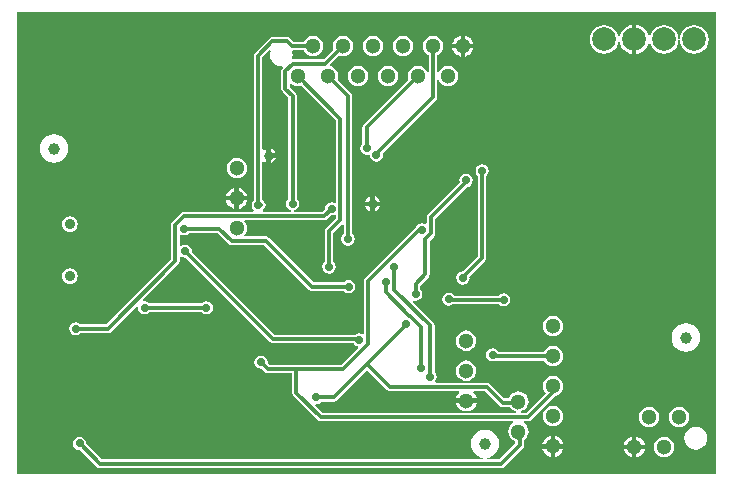
<source format=gbl>
%FSTAX23Y23*%
%MOMM*%
%SFA1B1*%

%IPPOS*%
%ADD36C,0.299999*%
%ADD39C,1.299997*%
%ADD40C,1.999996*%
%ADD41C,0.899998*%
%ADD42C,0.999998*%
%ADD43C,0.799998*%
%ADD44C,0.699999*%
%LNmain_board-1*%
%LPD*%
G36*
X59589Y00409D02*
X00409D01*
Y39589*
X59589*
Y00409*
G37*
%LNmain_board-2*%
%LPC*%
G36*
X56999Y13209D02*
X56689Y13169D01*
X56389Y13049*
X56139Y12859*
X55949Y12609*
X55829Y12309*
X55789Y11999*
X55829Y11689*
X55949Y11389*
X56139Y11139*
X56389Y10949*
X56689Y10829*
X56999Y10789*
X57309Y10829*
X57609Y10949*
X57859Y11139*
X58049Y11389*
X58169Y11689*
X58209Y11999*
X58169Y12309*
X58049Y12609*
X57859Y12859*
X57609Y13049*
X57309Y13169*
X56999Y13209*
G37*
G36*
X38399Y12599D02*
X38179Y12569D01*
X37969Y12479*
X37799Y12339*
X37659Y12169*
X37569Y11959*
X37539Y11729*
X37569Y11509*
X37659Y11299*
X37799Y11129*
X37969Y10989*
X38179Y10899*
X38399Y10869*
X38629Y10899*
X38839Y10989*
X39009Y11129*
X39149Y11299*
X39239Y11509*
X39269Y11729*
X39239Y11959*
X39149Y12169*
X39009Y12339*
X38839Y12479*
X38629Y12569*
X38399Y12599*
G37*
G36*
X45749Y11269D02*
X45519Y11249D01*
X45319Y11159*
X45139Y11019*
X44999Y10839*
X44969Y10769*
X41149*
X41039Y10939*
X40859Y11059*
X40639Y11109*
X40419Y11059*
X40239Y10939*
X40119Y10759*
X40079Y10539*
X40119Y10329*
X40239Y10139*
X40419Y10019*
X40639Y09979*
X40859Y10019*
X40909Y10049*
X44969*
X44999Y09979*
X45139Y09809*
X45319Y09669*
X45519Y09579*
X45749Y09549*
X45969Y09579*
X46179Y09669*
X46349Y09809*
X46489Y09979*
X46579Y10189*
X46609Y10409*
X46579Y10639*
X46489Y10839*
X46349Y11019*
X46179Y11159*
X45969Y11249*
X45749Y11269*
G37*
G36*
Y06189D02*
X45519Y06169D01*
X45319Y06079*
X45139Y05939*
X44999Y05759*
X44909Y05559*
X44879Y05329*
X44909Y05109*
X44999Y04899*
X45139Y04729*
X45319Y04589*
X45519Y04499*
X45749Y04469*
X45969Y04499*
X46179Y04589*
X46349Y04729*
X46489Y04899*
X46579Y05109*
X46609Y05329*
X46579Y05559*
X46489Y05759*
X46349Y05939*
X46179Y06079*
X45969Y06169*
X45749Y06189*
G37*
G36*
X38399Y10059D02*
X38179Y10029D01*
X37969Y09939*
X37799Y09799*
X37659Y09629*
X37569Y09419*
X37539Y09189*
X37569Y08969*
X37659Y08759*
X37799Y08589*
X37969Y08449*
X38179Y08359*
X38399Y08329*
X38629Y08359*
X38839Y08449*
X39009Y08589*
X39149Y08759*
X39239Y08969*
X39269Y09189*
X39239Y09419*
X39149Y09629*
X39009Y09799*
X38839Y09939*
X38629Y10029*
X38399Y10059*
G37*
G36*
X45749Y13809D02*
X45519Y13789D01*
X45319Y13699*
X45139Y13559*
X44999Y13379*
X44909Y13179*
X44879Y12949*
X44909Y12729*
X44999Y12519*
X45139Y12349*
X45319Y12209*
X45519Y12119*
X45749Y12089*
X45969Y12119*
X46179Y12209*
X46349Y12349*
X46489Y12519*
X46579Y12729*
X46609Y12949*
X46579Y13179*
X46489Y13379*
X46349Y13559*
X46179Y13699*
X45969Y13789*
X45749Y13809*
G37*
G36*
X04849Y22259D02*
X04679Y22239D01*
X04519Y22179*
X04389Y22069*
X04279Y21939*
X04219Y21779*
X04189Y21609*
X04219Y21439*
X04279Y21279*
X04389Y21139*
X04519Y21039*
X04679Y20969*
X04849Y20949*
X05019Y20969*
X05179Y21039*
X05319Y21139*
X05419Y21279*
X05489Y21439*
X05509Y21609*
X05489Y21779*
X05419Y21939*
X05319Y22069*
X05179Y22179*
X05019Y22239*
X04849Y22259*
G37*
G36*
X30289Y23129D02*
X29849D01*
X29909Y22989*
X30009Y22849*
X30149Y22749*
X30289Y22689*
Y23129*
G37*
G36*
X04849Y17859D02*
X04679Y17839D01*
X04519Y17779*
X04389Y17669*
X04279Y17539*
X04219Y17379*
X04189Y17209*
X04219Y17039*
X04279Y16879*
X04389Y16739*
X04519Y16639*
X04679Y16569*
X04849Y16549*
X05019Y16569*
X05179Y16639*
X05319Y16739*
X05419Y16879*
X05489Y17039*
X05509Y17209*
X05489Y17379*
X05419Y17539*
X05319Y17669*
X05179Y17779*
X05019Y17839*
X04849Y17859*
G37*
G36*
X36929Y15799D02*
X36719Y15759D01*
X36529Y15639*
X36409Y15459*
X36369Y15239*
X36409Y15019*
X36529Y14839*
X36719Y14719*
X36929Y14679*
X37149Y14719*
X37309Y14829*
X41159*
X41179Y14789*
X41359Y14669*
X41579Y14629*
X41799Y14669*
X41979Y14789*
X42099Y14969*
X42139Y15189*
X42099Y15409*
X41979Y15589*
X41799Y15709*
X41579Y15749*
X41359Y15709*
X41179Y15589*
X41159Y15549*
X37389*
X37329Y15639*
X37149Y15759*
X36929Y15799*
G37*
G36*
X39749Y26679D02*
X39539Y26629D01*
X39349Y26509*
X39229Y26329*
X39189Y26109*
X39229Y25899*
X39349Y25709*
X39389Y25689*
Y18889*
X38099Y17599*
X37909Y17559*
X37729Y17439*
X37599Y17259*
X37559Y17039*
X37599Y16829*
X37729Y16639*
X37909Y16519*
X38129Y16479*
X38339Y16519*
X38519Y16639*
X38649Y16829*
X38689Y17039*
X38669Y17149*
X40009Y18489*
X40079Y18609*
X40109Y18749*
Y25689*
X40149Y25709*
X40269Y25899*
X40319Y26109*
X40269Y26329*
X40149Y26509*
X39969Y26629*
X39749Y26679*
G37*
G36*
X56439Y06139D02*
X56219Y06109D01*
X56009Y06029*
X55829Y05889*
X55689Y05709*
X55609Y05509*
X55579Y05279*
X55609Y05059*
X55689Y04849*
X55829Y04669*
X56009Y04539*
X56219Y04449*
X56439Y04419*
X56659Y04449*
X56869Y04539*
X57049Y04669*
X57179Y04849*
X57269Y05059*
X57299Y05279*
X57269Y05509*
X57179Y05709*
X57049Y05889*
X56869Y06029*
X56659Y06109*
X56439Y06139*
G37*
G36*
X45549Y02599D02*
X44859D01*
Y02559*
X44959Y02339*
X45099Y02149*
X45289Y01999*
X45509Y01909*
X45549*
Y02599*
G37*
G36*
X46629D02*
X45939D01*
Y01909*
X45979*
X46199Y01999*
X46389Y02149*
X46539Y02339*
X46629Y02559*
Y02599*
G37*
G36*
X55169Y03599D02*
X54949Y03569D01*
X54739Y03489*
X54559Y03349*
X54419Y03169*
X54339Y02969*
X54309Y02739*
X54339Y02519*
X54419Y02309*
X54559Y02129*
X54739Y01999*
X54949Y01909*
X55169Y01879*
X55389Y01909*
X55599Y01999*
X55779Y02129*
X55909Y02309*
X55999Y02519*
X56029Y02739*
X55999Y02969*
X55909Y03169*
X55779Y03349*
X55599Y03489*
X55389Y03569*
X55169Y03599*
G37*
G36*
X52439Y02549D02*
X51739D01*
X51749Y02509*
X51839Y02289*
X51979Y02099*
X52169Y01949*
X52389Y01859*
X52439*
Y02549*
G37*
G36*
X53519D02*
X52819D01*
Y01859*
X52859*
X53079Y01949*
X53269Y02099*
X53419Y02289*
X53509Y02509*
X53519Y02549*
G37*
G36*
X57839Y04439D02*
X57589Y04409D01*
X57359Y04319*
X57159Y04159*
X57009Y03959*
X56909Y03729*
X56879Y03479*
X56909Y03229*
X57009Y02999*
X57159Y02799*
X57359Y02649*
X57589Y02549*
X57839Y02519*
X58089Y02549*
X58319Y02649*
X58519Y02799*
X58669Y02999*
X58769Y03229*
X58799Y03479*
X58769Y03729*
X58669Y03959*
X58519Y04159*
X58319Y04319*
X58089Y04409*
X57839Y04439*
G37*
G36*
X45939Y03679D02*
Y02979D01*
X46629*
Y03029*
X46539Y03249*
X46389Y03439*
X46199Y03579*
X45979Y03669*
X45939Y03679*
G37*
G36*
X53899Y06139D02*
X53679Y06109D01*
X53469Y06029*
X53289Y05889*
X53149Y05709*
X53069Y05509*
X53039Y05279*
X53069Y05059*
X53149Y04849*
X53289Y04669*
X53469Y04539*
X53679Y04449*
X53899Y04419*
X54119Y04449*
X54329Y04539*
X54509Y04669*
X54639Y04849*
X54729Y05059*
X54759Y05279*
X54729Y05509*
X54639Y05709*
X54509Y05889*
X54329Y06029*
X54119Y06109*
X53899Y06139*
G37*
G36*
X45549Y03679D02*
X45509Y03669D01*
X45289Y03579*
X45099Y03439*
X44959Y03249*
X44859Y03029*
Y02979*
X45549*
Y03679*
G37*
G36*
X52439Y03629D02*
X52389Y03619D01*
X52169Y03529*
X51979Y03389*
X51839Y03199*
X51749Y02979*
X51739Y02929*
X52439*
Y03629*
G37*
G36*
X52819D02*
Y02929D01*
X53519*
X53509Y02979*
X53419Y03199*
X53269Y03389*
X53079Y03529*
X52859Y03619*
X52819Y03629*
G37*
G36*
X31109Y23129D02*
X30669D01*
Y22689*
X30809Y22749*
X30949Y22849*
X31049Y22989*
X31109Y23129*
G37*
G36*
X35589Y37539D02*
X35359Y37509D01*
X35159Y37419*
X34979Y37289*
X34839Y37109*
X34749Y36899*
X34719Y36679*
X34749Y36449*
X34839Y36249*
X34979Y36069*
X35159Y35929*
X35229Y35899*
Y34499*
X35099Y34479*
X35059Y34569*
X34919Y34749*
X34749Y34879*
X34539Y34969*
X34319Y34999*
X34089Y34969*
X33889Y34879*
X33709Y34749*
X33569Y34569*
X33479Y34359*
X33449Y34139*
X33479Y33909*
X33509Y33839*
X29719Y30049*
X29639Y29929*
X29609Y29789*
Y28419*
X29599*
X29479Y28229*
X29429Y28019*
X29479Y27799*
X29599Y27619*
X29779Y27499*
X29999Y27449*
X30109Y27479*
X30219Y27469*
X30249Y27379*
X30279Y27249*
X30399Y27069*
X30579Y26949*
X30799Y26899*
X31019Y26949*
X31199Y27069*
X31319Y27249*
X31359Y27469*
X31339Y27599*
X35839Y32099*
X35919Y32219*
X35949Y32359*
Y33769*
X36069Y33799*
X36109Y33709*
X36249Y33529*
X36429Y33389*
X36629Y33309*
X36859Y33279*
X37079Y33309*
X37289Y33389*
X37459Y33529*
X37599Y33709*
X37689Y33909*
X37719Y34139*
X37689Y34359*
X37599Y34569*
X37459Y34749*
X37289Y34879*
X37079Y34969*
X36859Y34999*
X36629Y34969*
X36429Y34879*
X36249Y34749*
X36109Y34569*
X36069Y34479*
X35949Y34499*
Y35899*
X36019Y35929*
X36189Y36069*
X36329Y36249*
X36419Y36449*
X36449Y36679*
X36419Y36899*
X36329Y37109*
X36189Y37289*
X36019Y37419*
X35809Y37509*
X35589Y37539*
G37*
G36*
X37929Y36489D02*
X37239D01*
Y36439*
X37339Y36219*
X37479Y36029*
X37669Y35889*
X37889Y35799*
X37929Y35789*
Y36489*
G37*
G36*
X31779Y34999D02*
X31549Y34969D01*
X31349Y34879*
X31169Y34749*
X31029Y34569*
X30939Y34359*
X30909Y34139*
X30939Y33909*
X31029Y33709*
X31169Y33529*
X31349Y33389*
X31549Y33309*
X31779Y33279*
X31999Y33309*
X32209Y33389*
X32379Y33529*
X32519Y33709*
X32609Y33909*
X32639Y34139*
X32609Y34359*
X32519Y34569*
X32379Y34749*
X32209Y34879*
X31999Y34969*
X31779Y34999*
G37*
G36*
X38319Y37559D02*
Y36869D01*
X39009*
Y36909*
X38919Y37129*
X38769Y37319*
X38579Y37469*
X38359Y37559*
X38319*
G37*
G36*
X29239Y34999D02*
X29009Y34969D01*
X28809Y34879*
X28629Y34749*
X28489Y34569*
X28399Y34359*
X28369Y34139*
X28399Y33909*
X28489Y33709*
X28629Y33529*
X28809Y33389*
X29009Y33309*
X29239Y33279*
X29459Y33309*
X29669Y33389*
X29839Y33529*
X29979Y33709*
X30069Y33909*
X30099Y34139*
X30069Y34359*
X29979Y34569*
X29839Y34749*
X29669Y34879*
X29459Y34969*
X29239Y34999*
G37*
G36*
X39009Y36489D02*
X38319D01*
Y35789*
X38359Y35799*
X38579Y35889*
X38769Y36029*
X38919Y36219*
X39009Y36439*
Y36489*
G37*
G36*
X52819Y38479D02*
Y37239D01*
Y35999*
X52959Y36009*
X53259Y36139*
X53519Y36339*
X53719Y36599*
X53849Y36909*
X53859Y36979*
X53989*
X53999Y36919*
X54119Y36629*
X54309Y36379*
X54559Y36189*
X54849Y36059*
X55169Y36019*
X55479Y36059*
X55779Y36189*
X56029Y36379*
X56219Y36629*
X56339Y36919*
X56369Y37169*
Y37179*
X56499*
Y37169*
X56539Y36919*
X56659Y36629*
X56849Y36379*
X57099Y36189*
X57389Y36059*
X57709Y36019*
X58019Y36059*
X58319Y36189*
X58569Y36379*
X58759Y36629*
X58879Y36919*
X58919Y37239*
X58879Y37549*
X58759Y37839*
X58569Y38089*
X58319Y38289*
X58019Y38409*
X57709Y38449*
X57389Y38409*
X57099Y38289*
X56849Y38089*
X56659Y37839*
X56539Y37549*
X56499Y37299*
Y37289*
X56369*
Y37299*
X56339Y37549*
X56219Y37839*
X56029Y38089*
X55779Y38289*
X55479Y38409*
X55169Y38449*
X54849Y38409*
X54559Y38289*
X54309Y38089*
X54119Y37839*
X53999Y37549*
X53989Y37489*
X53859*
X53849Y37559*
X53719Y37869*
X53519Y38129*
X53259Y38329*
X52959Y38459*
X52819Y38479*
G37*
G36*
X37929Y37559D02*
X37889D01*
X37669Y37469*
X37479Y37319*
X37339Y37129*
X37239Y36909*
Y36869*
X37929*
Y37559*
G37*
G36*
X33049Y37539D02*
X32819Y37509D01*
X32619Y37419*
X32439Y37289*
X32299Y37109*
X32209Y36899*
X32179Y36679*
X32209Y36449*
X32299Y36249*
X32439Y36069*
X32619Y35929*
X32819Y35849*
X33049Y35819*
X33269Y35849*
X33479Y35929*
X33649Y36069*
X33789Y36249*
X33879Y36449*
X33909Y36679*
X33879Y36899*
X33789Y37109*
X33649Y37289*
X33479Y37419*
X33269Y37509*
X33049Y37539*
G37*
G36*
X27969D02*
X27739Y37509D01*
X27539Y37419*
X27359Y37289*
X27219Y37109*
X27129Y36899*
X27099Y36679*
X27129Y36449*
X27159Y36379*
X26329Y35549*
X23759*
X23669Y35659*
X23679Y35689*
X23719Y35939*
X23679Y36189*
X23769Y36319*
X24649*
X24679Y36249*
X24819Y36069*
X24999Y35929*
X25199Y35849*
X25429Y35819*
X25649Y35849*
X25859Y35929*
X26029Y36069*
X26169Y36249*
X26259Y36449*
X26289Y36679*
X26259Y36899*
X26169Y37109*
X26029Y37289*
X25859Y37419*
X25649Y37509*
X25429Y37539*
X25199Y37509*
X24999Y37419*
X24819Y37289*
X24679Y37109*
X24649Y37039*
X23799*
X23489Y37349*
X23369Y37419*
X23229Y37449*
X21999*
X21869Y37419*
X21749Y37349*
X20519Y36119*
X20439Y35999*
X20419Y35859*
Y23619*
X20399Y23609*
X20279Y23429*
X20239Y23219*
X20279Y22999*
X20399Y22819*
X20429Y22799*
X20389Y22669*
X14539*
X14399Y22649*
X14289Y22569*
X13519Y21799*
X13439Y21679*
X13409Y21549*
Y18599*
X07929Y13109*
X05769*
X05739Y13149*
X05559Y13269*
X05339Y13309*
X05129Y13269*
X04939Y13149*
X04819Y12969*
X04779Y12749*
X04819Y12529*
X04939Y12349*
X05129Y12229*
X05339Y12189*
X05559Y12229*
X05739Y12349*
X05769Y12389*
X08079*
X08219Y12419*
X08329Y12499*
X10509Y14679*
X10629Y14609*
X10609Y14529*
X10649Y14309*
X10779Y14129*
X10959Y14009*
X11179Y13959*
X11389Y14009*
X11569Y14129*
X11599Y14169*
X15979*
X16009Y14129*
X16189Y14009*
X16409Y13959*
X16619Y14009*
X16809Y14129*
X16929Y14309*
X16969Y14529*
X16929Y14739*
X16809Y14929*
X16619Y15049*
X16409Y15089*
X16189Y15049*
X16009Y14929*
X15979Y14889*
X11599*
X11569Y14929*
X11389Y15049*
X11179Y15089*
X11089Y15079*
X11029Y15189*
X14029Y18189*
X14109Y18309*
X14129Y18449*
Y18839*
X14259Y18879*
X14409Y18779*
X14629Y18739*
X14679Y18749*
X21819Y11609*
X21929Y11529*
X22069Y11499*
X28859*
X28939Y11389*
X29119Y11259*
X29199Y11249*
X29239Y11129*
X27819Y09709*
X21739*
X21589Y09859*
X21599Y09909*
X21549Y10119*
X21429Y10299*
X21249Y10429*
X21029Y10469*
X20819Y10429*
X20629Y10299*
X20509Y10119*
X20469Y09909*
X20509Y09689*
X20629Y09509*
X20819Y09379*
X21029Y09339*
X21079Y09349*
X21339Y09089*
X21449Y09009*
X21589Y08989*
X23669*
Y07319*
X23699Y07179*
X23769Y07059*
X25829Y04999*
X25949Y04929*
X26089Y04899*
X42339*
X42369Y04829*
X42379Y04769*
X42219Y04649*
X42079Y04469*
X41989Y04259*
X41959Y04039*
X41989Y03819*
X42079Y03609*
X42219Y03429*
X42389Y03289*
X42569Y03219*
Y03039*
X41199Y01679*
X40169*
X40159Y01809*
X40309Y01829*
X40609Y01949*
X40859Y02139*
X41049Y02389*
X41169Y02689*
X41209Y02999*
X41169Y03309*
X41049Y03609*
X40859Y03859*
X40609Y04049*
X40309Y04169*
X39999Y04209*
X39689Y04169*
X39389Y04049*
X39139Y03859*
X38949Y03609*
X38829Y03309*
X38789Y02999*
X38829Y02689*
X38949Y02389*
X39139Y02139*
X39389Y01949*
X39689Y01829*
X39839Y01809*
X39829Y01679*
X07539*
X06219Y02999*
X06229Y03049*
X06189Y03259*
X06069Y03439*
X05879Y03569*
X05669Y03609*
X05449Y03569*
X05269Y03439*
X05149Y03259*
X05099Y03049*
X05149Y02829*
X05269Y02649*
X05449Y02519*
X05669Y02479*
X05709Y02489*
X07139Y01069*
X07249Y00989*
X07389Y00959*
X41349*
X41489Y00989*
X41609Y01069*
X43179Y02639*
X43259Y02759*
X43289Y02899*
Y03319*
X43429Y03429*
X43569Y03609*
X43659Y03819*
X43679Y04039*
X43659Y04259*
X43569Y04469*
X43429Y04649*
X43269Y04769*
X43279Y04829*
X43309Y04899*
X43639*
X43779Y04929*
X43889Y04999*
X45929Y07039*
X45969*
X46179Y07129*
X46349Y07269*
X46489Y07439*
X46579Y07649*
X46609Y07869*
X46579Y08099*
X46489Y08299*
X46349Y08479*
X46179Y08619*
X45969Y08709*
X45749Y08729*
X45519Y08709*
X45319Y08619*
X45139Y08479*
X44999Y08299*
X44909Y08099*
X44879Y07869*
X44909Y07649*
X44999Y07439*
X45139Y07269*
X43489Y05619*
X43039*
X43029Y05739*
X43049Y05749*
X43249Y05829*
X43429Y05969*
X43569Y06149*
X43659Y06359*
X43679Y06579*
X43659Y06799*
X43569Y07009*
X43429Y07189*
X43249Y07319*
X43049Y07409*
X42819Y07439*
X42599Y07409*
X42389Y07319*
X42219Y07189*
X42079Y07009*
X42009Y06839*
X41629*
X40389Y08079*
X40269Y08159*
X40129Y08179*
X35849*
X35789Y08309*
X35879Y08449*
X35919Y08659*
X35879Y08879*
X35759Y09059*
X35719Y09089*
Y13029*
X35689Y13169*
X35609Y13279*
X33869Y15029*
X33929Y15139*
X34109Y15109*
X34329Y15149*
X34509Y15269*
X34629Y15459*
X34679Y15669*
X34629Y15889*
X34509Y16069*
X34469Y16099*
Y16359*
X35209Y17089*
X35279Y17209*
X35309Y17349*
Y20199*
X35669Y20549*
X35739Y20669*
X35769Y20809*
Y22029*
X38499Y24759*
X38599Y24779*
X38779Y24899*
X38899Y25079*
X38939Y25299*
X38899Y25509*
X38779Y25699*
X38599Y25819*
X38379Y25859*
X38159Y25819*
X37979Y25699*
X37859Y25509*
X37819Y25299*
X37849Y25129*
X35159Y22429*
X35079Y22319*
X35049Y22179*
Y21659*
X34939Y21599*
X34869Y21639*
X34659Y21679*
X34439Y21639*
X34259Y21519*
X34139Y21339*
X29839Y17039*
X29759Y16919*
X29729Y16779*
Y12319*
X29619Y12259*
X29549Y12309*
X29339Y12349*
X29119Y12309*
X28989Y12219*
X22219*
X15189Y19259*
Y19299*
X15149Y19519*
X15029Y19699*
X14849Y19829*
X14629Y19869*
X14409Y19829*
X14259Y19719*
X14129Y19769*
Y20699*
X14249Y20759*
X14309Y20709*
X14529Y20669*
X14739Y20709*
X14929Y20839*
X14949Y20869*
X17359*
X18279Y19949*
X18399Y19869*
X18539Y19849*
X21319*
X25119Y16049*
X25229Y15969*
X25369Y15949*
X28019*
X28049Y15909*
X28229Y15789*
X28449Y15739*
X28659Y15789*
X28849Y15909*
X28969Y16089*
X29009Y16309*
X28969Y16519*
X28849Y16709*
X28659Y16829*
X28449Y16869*
X28229Y16829*
X28049Y16709*
X28019Y16669*
X25519*
X21729Y20459*
X21609Y20539*
X21469Y20569*
X19669*
X19609Y20689*
X19719Y20829*
X19809Y21039*
X19829Y21259*
X19809Y21479*
X19719Y21689*
X19609Y21829*
X19669Y21949*
X26399*
X26539Y21979*
X26659Y22059*
X26949Y22359*
X26999Y22349*
X27219Y22389*
X27279Y22429*
X27389Y22369*
Y22119*
X26539Y21269*
X26459Y21159*
X26439Y21019*
Y18409*
X26399Y18379*
X26279Y18199*
X26229Y17979*
X26279Y17769*
X26399Y17579*
X26579Y17459*
X26799Y17419*
X27009Y17459*
X27199Y17579*
X27319Y17769*
X27359Y17979*
X27319Y18199*
X27199Y18379*
X27159Y18409*
Y20869*
X27909Y21619*
X28039Y21569*
Y20769*
X27999Y20739*
X27879Y20559*
X27829Y20349*
X27879Y20129*
X27999Y19949*
X28179Y19819*
X28399Y19779*
X28609Y19819*
X28799Y19949*
X28919Y20129*
X28959Y20349*
X28919Y20559*
X28799Y20739*
X28759Y20769*
Y32439*
X28729Y32569*
X28649Y32689*
X27499Y33839*
X27529Y33909*
X27559Y34139*
X27529Y34359*
X27439Y34569*
X27299Y34749*
X27129Y34879*
X26939Y34959*
X26879Y35089*
X27669Y35879*
X27739Y35849*
X27969Y35819*
X28189Y35849*
X28399Y35929*
X28569Y36069*
X28709Y36249*
X28799Y36449*
X28829Y36679*
X28799Y36899*
X28709Y37109*
X28569Y37289*
X28399Y37419*
X28189Y37509*
X27969Y37539*
G37*
G36*
X30509D02*
X30279Y37509D01*
X30079Y37419*
X29899Y37289*
X29759Y37109*
X29669Y36899*
X29639Y36679*
X29669Y36449*
X29759Y36249*
X29899Y36069*
X30079Y35929*
X30279Y35849*
X30509Y35819*
X30729Y35849*
X30939Y35929*
X31109Y36069*
X31249Y36249*
X31339Y36449*
X31369Y36679*
X31339Y36899*
X31249Y37109*
X31109Y37289*
X30939Y37419*
X30729Y37509*
X30509Y37539*
G37*
G36*
X03499Y29209D02*
X03189Y29169D01*
X02889Y29049*
X02639Y28859*
X02449Y28609*
X02329Y28309*
X02289Y27999*
X02329Y27689*
X02449Y27389*
X02639Y27139*
X02889Y26949*
X03189Y26829*
X03499Y26789*
X03809Y26829*
X04109Y26949*
X04359Y27139*
X04549Y27389*
X04669Y27689*
X04709Y27999*
X04669Y28309*
X04549Y28609*
X04359Y28859*
X04109Y29049*
X03809Y29169*
X03499Y29209*
G37*
G36*
X30669Y23949D02*
Y23509D01*
X31109*
X31049Y23649*
X30949Y23779*
X30809Y23889*
X30669Y23949*
G37*
G36*
X18779Y24689D02*
X18739Y24679D01*
X18519Y24589*
X18329Y24439*
X18179Y24259*
X18089Y24039*
Y23989*
X18779*
Y24689*
G37*
G36*
X30289Y23949D02*
X30149Y23889D01*
X30009Y23779*
X29909Y23649*
X29849Y23509*
X30289*
Y23949*
G37*
G36*
X18779Y23609D02*
X18089D01*
Y23559*
X18179Y23339*
X18329Y23159*
X18519Y23009*
X18739Y22919*
X18779Y22909*
Y23609*
G37*
G36*
X19859D02*
X19159D01*
Y22909*
X19209Y22919*
X19429Y23009*
X19619Y23159*
X19759Y23339*
X19849Y23559*
X19859Y23609*
G37*
G36*
X52439Y38479D02*
X52299Y38459D01*
X51999Y38329*
X51729Y38129*
X51529Y37869*
X51409Y37559*
X51399Y37489*
X51269*
X51259Y37549*
X51139Y37839*
X50949Y38089*
X50699Y38289*
X50399Y38409*
X50089Y38449*
X49769Y38409*
X49479Y38289*
X49229Y38089*
X49039Y37839*
X48919Y37549*
X48879Y37239*
X48919Y36919*
X49039Y36629*
X49229Y36379*
X49479Y36189*
X49769Y36059*
X50089Y36019*
X50399Y36059*
X50699Y36189*
X50949Y36379*
X51139Y36629*
X51259Y36919*
X51269Y36979*
X51399*
X51409Y36909*
X51529Y36599*
X51729Y36339*
X51999Y36139*
X52299Y36009*
X52439Y35999*
Y37239*
Y38479*
G37*
G36*
X18969Y27199D02*
X18749Y27169D01*
X18539Y27089*
X18369Y26949*
X18229Y26769*
X18139Y26559*
X18109Y26339*
X18139Y26119*
X18229Y25909*
X18369Y25729*
X18539Y25589*
X18749Y25509*
X18969Y25479*
X19199Y25509*
X19399Y25589*
X19579Y25729*
X19719Y25909*
X19809Y26119*
X19829Y26339*
X19809Y26559*
X19719Y26769*
X19579Y26949*
X19399Y27089*
X19199Y27169*
X18969Y27199*
G37*
G36*
X19159Y24689D02*
Y23989D01*
X19859*
X19849Y24039*
X19759Y24259*
X19619Y24439*
X19429Y24589*
X19209Y24679*
X19159Y24689*
G37*
%LNmain_board-3*%
%LPD*%
G36*
X31719Y07569D02*
X31839Y07489D01*
X31979Y07459*
X37759*
X37809Y07339*
X37759Y07299*
X37619Y07109*
X37519Y06889*
Y06849*
X38399*
X39289*
Y06889*
X39189Y07109*
X39049Y07299*
X38999Y07339*
X39049Y07459*
X39979*
X41219Y06219*
X41339Y06139*
X41479Y06119*
X42099*
X42219Y05969*
X42389Y05829*
X42599Y05749*
X42619Y05739*
X42609Y05619*
X38429*
X38419Y05739*
X38639Y05769*
X38859Y05869*
X39049Y06009*
X39189Y06199*
X39289Y06419*
Y06459*
X38399*
X37519*
Y06419*
X37619Y06199*
X37759Y06009*
X37949Y05869*
X38169Y05769*
X38389Y05739*
X38379Y05619*
X26229*
X25599Y06259*
X25659Y06369*
X25679*
X25899Y06409*
X26079Y06539*
X26099Y06569*
X27199*
X27339Y06599*
X27459Y06679*
X30039Y09259*
X31719Y07569*
G37*
G36*
X21849Y36249D02*
X21829Y36189D01*
X21789Y35939*
X21829Y35689*
X21919Y35459*
X22079Y35259*
X22269Y35099*
X22509Y35009*
X22759Y34979*
X22819Y34989*
X22879Y34859*
X22849Y34829*
X22769Y34709*
X22739Y34569*
Y33079*
X22769Y32949*
X22849Y32829*
X23339Y32339*
Y23769*
X23299Y23739*
X23179Y23559*
X23129Y23339*
X23179Y23129*
X23299Y22939*
X23479Y22819*
X23589Y22799*
X23569Y22669*
X21219*
X21179Y22799*
X21199Y22819*
X21289Y22939*
X21309Y22959*
X21389Y23079*
X21419Y23219*
X21389Y23349*
X21309Y23469*
X21269Y23509*
X21199Y23609*
X21139Y23659*
Y26829*
X21259Y26889*
X21339Y26839*
X21479Y26779*
Y27409*
Y28039*
X21339Y27979*
X21259Y27919*
X21139Y27989*
Y35719*
X21749Y36319*
X21849Y36249*
G37*
G36*
X23729Y33389D02*
X23929Y33309D01*
X24159Y33279*
X24379Y33309*
X24449Y33339*
X27389Y30389*
Y23449*
X27279Y23389*
X27219Y23429*
X26999Y23469*
X26779Y23429*
X26599Y23309*
X26479Y23129*
X26439Y22909*
X26449Y22869*
X26249Y22669*
X23819*
X23809Y22799*
X23909Y22819*
X24099Y22939*
X24219Y23129*
X24259Y23339*
X24219Y23559*
X24099Y23739*
X24059Y23769*
Y32489*
X24029Y32619*
X23949Y32739*
X23459Y33229*
Y33439*
X23589Y33499*
X23729Y33389*
G37*
%LNmain_board-4*%
%LPC*%
G36*
X22299Y27219D02*
X21859D01*
Y26779*
X21999Y26839*
X22129Y26939*
X22239Y27079*
X22299Y27219*
G37*
G36*
X21859Y28039D02*
Y27599D01*
X22299*
X22239Y27739*
X22129Y27869*
X21999Y27979*
X21859Y28039*
G37*
%LNmain_board-5*%
%LPD*%
G54D36*
X40129Y07819D02*
X41479Y06479D01*
X31979Y07819D02*
X40129D01*
X30039Y09769D02*
X31979Y07819D01*
X41479Y06479D02*
X42929D01*
X30039Y09769D02*
X33319Y13059D01*
X27199Y06929D02*
X30039Y09769D01*
X45749Y07359D02*
Y07869D01*
X43639Y05259D02*
X45749Y07359D01*
X26089Y05259D02*
X43639D01*
X24029Y07319D02*
X26089Y05259D01*
X42929Y02899D02*
Y03939D01*
X41349Y01319D02*
X42929Y02899D01*
X07389Y01319D02*
X41349D01*
X05669Y03049D02*
X07389Y01319D01*
X11179Y14529D02*
X16409D01*
X14529Y21229D02*
X17509D01*
X18539Y20209*
X29259Y11859D02*
X29339Y11789D01*
X14629Y19299D02*
X22069Y11859D01*
X29259*
X13769Y18449D02*
Y21549D01*
X14539Y22309*
X25679Y06929D02*
X27199D01*
X33319Y13059D02*
Y13109D01*
X18539Y20209D02*
X21469D01*
X25369Y16309D02*
X28449D01*
X21469Y20209D02*
X25369Y16309D01*
X24159Y34139D02*
X27749Y30539D01*
Y21969D02*
Y30539D01*
X34569Y09409D02*
Y12929D01*
X35359Y08659D02*
Y13029D01*
X33539Y13859D02*
X33639D01*
X34569Y12929*
X32329Y16049D02*
Y17959D01*
X31569Y15819D02*
Y16739D01*
X34429Y21119D02*
X34659D01*
X30089Y16779D02*
X34429Y21119D01*
X32329Y16049D02*
X35359Y13029D01*
X30089Y11469D02*
Y16779D01*
X31569Y15819D02*
X33539Y13859D01*
X34109Y16509D02*
X34949Y17349D01*
X34109Y15669D02*
Y16509D01*
X36929Y15189D02*
X41579D01*
X34949Y17349D02*
Y20349D01*
X35409Y20809*
Y22179*
X29969Y29789D02*
X34319Y34139D01*
X29969Y28039D02*
Y29789D01*
Y28039D02*
X29999Y28019D01*
X35589Y32359D02*
Y36679D01*
X30799Y27569D02*
X35589Y32359D01*
X30799Y27469D02*
Y27569D01*
X21029Y09909D02*
X21589Y09349D01*
X27959D02*
X30089Y11469D01*
X26399Y22309D02*
X26999Y22909D01*
X14539Y22309D02*
X26399D01*
X20799Y23219D02*
X21059D01*
X20779Y23499D02*
X21059Y23219D01*
X28399Y20349D02*
Y32439D01*
X26699Y34139D02*
X28399Y32439D01*
X23649Y36679D02*
X25429D01*
X23229Y37089D02*
X23649Y36679D01*
X21999Y37089D02*
X23229D01*
X20779Y35859D02*
X21999Y37089D01*
X20779Y23499D02*
Y35859D01*
X26479Y35189D02*
X27969Y36679D01*
X23719Y35189D02*
X26479D01*
X23099Y34569D02*
X23719Y35189D01*
X23099Y33079D02*
Y34569D01*
Y33079D02*
X23699Y32489D01*
Y23339D02*
Y32489D01*
X38379Y25299D02*
X38529D01*
X35409Y22179D02*
X38529Y25299D01*
X39749Y18749D02*
Y26109D01*
X38129Y17119D02*
X39749Y18749D01*
X38129Y17039D02*
Y17119D01*
X08079Y12749D02*
X13769Y18449D01*
X05339Y12749D02*
X08079D01*
X40639Y10539D02*
X40769Y10409D01*
X45749*
X24029Y07319D02*
Y09349D01*
X21589D02*
X24029D01*
X27959*
X26799Y17979D02*
Y21019D01*
X27749Y21969*
G54D39*
X42819Y06579D03*
Y04039D03*
X45749Y02789D03*
Y05329D03*
Y07869D03*
Y10409D03*
Y12949D03*
X56439Y05279D03*
X55169Y02739D03*
X53899Y05279D03*
X52629Y02739D03*
X33049Y36679D03*
X31779Y34139D03*
X30509Y36679D03*
X29239Y34139D03*
X27969Y36679D03*
X26699Y34139D03*
X25429Y36679D03*
X24159Y34139D03*
X34319D03*
X35589Y36679D03*
X36859Y34139D03*
X38129Y36679D03*
X18969Y26339D03*
Y23799D03*
Y21259D03*
X38399Y11729D03*
Y09189D03*
Y06649D03*
G54D40*
X55169Y37239D03*
X52629D03*
X50089D03*
X57709D03*
G54D41*
X04849Y21609D03*
Y17209D03*
G54D42*
X03499Y27999D03*
X39999Y02999D03*
X56999Y11999D03*
G54D43*
X21669Y27409D03*
X30479Y23319D03*
G54D44*
X05669Y03049D03*
X11179Y14529D03*
X16409D03*
X20139Y15189D03*
X28189Y10849D03*
X14629Y19299D03*
X14529Y21229D03*
X29339Y11789D03*
X21029Y09909D03*
X34659Y21119D03*
X25679Y06929D03*
X33319Y13109D03*
X28449Y16309D03*
X26999Y22909D03*
X34569Y09409D03*
X35359Y08659D03*
X32329Y17959D03*
X31569Y16739D03*
X34109Y15669D03*
X36929Y15239D03*
X29999Y28019D03*
X30799Y27469D03*
X20799Y23219D03*
X28399Y20349D03*
X23699Y23339D03*
X38379Y25299D03*
X39749Y26109D03*
X38129Y17039D03*
X05339Y12749D03*
X41579Y15189D03*
X40639Y10539D03*
X26799Y17979D03*
X26089Y30809D03*
X41679Y35359D03*
X07949Y30559D03*
X14599Y36799D03*
X09729Y06049D03*
X17499Y05839D03*
X51159Y15799D03*
X42539Y18159D03*
X31929Y21539D03*
X28979Y18589D03*
X53089Y32259D03*
X24939Y12949D03*
X21819Y08149D03*
X40389Y28929D03*
M02*
</source>
